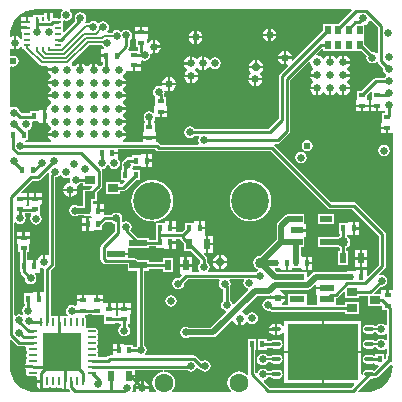
<source format=gbl>
%FSLAX24Y24*%
%MOIN*%
G70*
G01*
G75*
G04 Layer_Physical_Order=4*
G04 Layer_Color=16711680*
%ADD10C,0.0177*%
%ADD11C,0.0100*%
%ADD12O,0.0295X0.0079*%
%ADD13R,0.0157X0.0236*%
%ADD14R,0.0217X0.0098*%
%ADD15O,0.0315X0.0079*%
%ADD16R,0.0236X0.0157*%
%ADD17R,0.0354X0.0197*%
%ADD18R,0.0157X0.0335*%
%ADD19O,0.0177X0.0532*%
%ADD20R,0.0118X0.0209*%
%ADD21R,0.0118X0.0193*%
%ADD22O,0.0098X0.0276*%
%ADD23O,0.0276X0.0098*%
%ADD24R,0.0335X0.0157*%
%ADD25R,0.0157X0.0532*%
%ADD26R,0.0748X0.0630*%
%ADD27R,0.0630X0.0551*%
%ADD28O,0.0079X0.0315*%
%ADD29R,0.2598X0.2598*%
%ADD30R,0.0138X0.0394*%
%ADD31R,0.0343X0.0343*%
%ADD32R,0.1417X0.1417*%
%ADD33O,0.0079X0.0295*%
%ADD34R,0.0335X0.0374*%
%ADD35R,0.0551X0.0453*%
%ADD36R,0.0197X0.0354*%
%ADD37R,0.0591X0.1339*%
%ADD38R,0.0394X0.1378*%
%ADD39R,0.0138X0.0157*%
%ADD40R,0.0177X0.0177*%
%ADD41C,0.0200*%
%ADD42C,0.0080*%
%ADD43C,0.1260*%
%ADD44C,0.0630*%
%ADD45C,0.0260*%
%ADD46C,0.0290*%
%ADD47C,0.0240*%
%ADD48C,0.0300*%
%ADD49C,0.0340*%
%ADD50R,0.0098X0.0138*%
%ADD51R,0.0187X0.0098*%
%ADD52R,0.0591X0.0236*%
%ADD53O,0.0098X0.0315*%
%ADD54O,0.0315X0.0098*%
%ADD55R,0.1299X0.1299*%
%ADD56R,0.0197X0.0315*%
%ADD57R,0.0394X0.0217*%
%ADD58R,0.0512X0.0217*%
%ADD59R,0.0354X0.0276*%
%ADD60R,0.2362X0.1890*%
%ADD61O,0.0315X0.0157*%
G36*
X-1499Y1681D02*
X-1463Y1656D01*
X-1420Y1648D01*
X-1420Y1648D01*
X2324D01*
X4211Y-239D01*
X4247Y-264D01*
X4290Y-272D01*
X4290Y-272D01*
X5034D01*
X5927Y-1166D01*
Y-2134D01*
X5562Y-2499D01*
X5516Y-2480D01*
Y-2312D01*
X5377D01*
Y-2530D01*
X5297D01*
Y-2312D01*
X5158D01*
Y-2320D01*
X5122Y-2352D01*
X4844D01*
Y-2373D01*
X4498D01*
Y-2368D01*
X3866D01*
Y-2373D01*
X3814D01*
X3752Y-2385D01*
X3699Y-2421D01*
X3560Y-2559D01*
X3514Y-2540D01*
Y-2368D01*
X2882D01*
Y-2373D01*
X2510D01*
X2441Y-2304D01*
X2460Y-2258D01*
X2632D01*
X2668Y-2290D01*
Y-2298D01*
X2807D01*
Y-2080D01*
X2887D01*
Y-2298D01*
X3026D01*
Y-2298D01*
X3034Y-2258D01*
X3298D01*
X3312Y-2258D01*
X3348Y-2290D01*
Y-2298D01*
X3487D01*
Y-2080D01*
Y-1862D01*
X3386D01*
X3348Y-1862D01*
X3336Y-1817D01*
Y-1532D01*
X3435D01*
Y-1198D01*
X3475D01*
Y-1030D01*
X3178D01*
Y-950D01*
X3475D01*
Y-782D01*
X3435D01*
Y-448D01*
X2921D01*
Y-453D01*
X2884D01*
X2822Y-465D01*
X2769Y-501D01*
X2554Y-715D01*
X2519Y-768D01*
X2507Y-830D01*
Y-1296D01*
X1973Y-1830D01*
X1970Y-1829D01*
X1880Y-1847D01*
X1804Y-1898D01*
X1753Y-1974D01*
X1735Y-2064D01*
X1753Y-2153D01*
X1804Y-2230D01*
X1880Y-2280D01*
X1902Y-2285D01*
Y-2336D01*
X1876Y-2341D01*
X1813Y-2383D01*
X246D01*
X226Y-2333D01*
X259Y-2284D01*
X274Y-2210D01*
X259Y-2136D01*
X217Y-2073D01*
X192Y-2056D01*
Y-1935D01*
X192Y-1935D01*
X184Y-1892D01*
X159Y-1856D01*
X159Y-1856D01*
X77Y-1773D01*
X96Y-1727D01*
X145D01*
Y-1450D01*
Y-1173D01*
X139D01*
X126Y-1128D01*
X126Y-1123D01*
Y-950D01*
X-53D01*
Y-910D01*
X-93D01*
Y-692D01*
X-232D01*
Y-700D01*
X-232Y-700D01*
X-268Y-732D01*
X-282Y-732D01*
X-546D01*
Y-927D01*
X-656Y-1038D01*
X-854D01*
Y-950D01*
X-1033D01*
Y-910D01*
X-1073D01*
Y-692D01*
X-1212D01*
Y-700D01*
X-1248Y-732D01*
X-1474D01*
X-1478Y-728D01*
X-1500Y-682D01*
X-1499Y-680D01*
X-1499Y-680D01*
X-1481Y-675D01*
X-1369Y-640D01*
X-1249Y-576D01*
X-1144Y-490D01*
X-1057Y-385D01*
X-993Y-265D01*
X-954Y-135D01*
X-941Y0D01*
X-954Y135D01*
X-993Y265D01*
X-1057Y385D01*
X-1144Y490D01*
X-1249Y576D01*
X-1369Y640D01*
X-1499Y680D01*
X-1634Y693D01*
X-1769Y680D01*
X-1899Y640D01*
X-2019Y576D01*
X-2124Y490D01*
X-2210Y385D01*
X-2274Y265D01*
X-2314Y135D01*
X-2327Y0D01*
X-2314Y-135D01*
X-2274Y-265D01*
X-2210Y-385D01*
X-2124Y-490D01*
X-2019Y-576D01*
X-1899Y-640D01*
X-1769Y-680D01*
X-1634Y-693D01*
X-1564Y-686D01*
X-1561Y-689D01*
X-1561D01*
X-1552Y-697D01*
X-1526Y-722D01*
X-1526Y-723D01*
X-1526Y-731D01*
Y-731D01*
X-1526Y-731D01*
X-1526Y-733D01*
X-1526Y-733D01*
Y-733D01*
Y-733D01*
Y-735D01*
X-1526Y-752D01*
X-1526Y-777D01*
X-1526Y-777D01*
X-1526Y-778D01*
Y-1088D01*
X-1515D01*
Y-1150D01*
Y-1212D01*
X-1526D01*
Y-1294D01*
X-1741D01*
Y-1228D01*
X-2115D01*
X-2360Y-983D01*
X-2341Y-954D01*
X-2326Y-880D01*
X-2341Y-806D01*
X-2383Y-743D01*
X-2446Y-701D01*
X-2520Y-686D01*
X-2594Y-701D01*
X-2645Y-675D01*
X-2651Y-664D01*
X-2636Y-590D01*
X-2651Y-516D01*
X-2693Y-453D01*
X-2756Y-411D01*
X-2830Y-396D01*
X-2904Y-411D01*
X-2967Y-453D01*
X-2984Y-478D01*
X-3168D01*
X-3176Y-472D01*
X-3219Y-464D01*
X-3254Y-435D01*
Y-370D01*
X-3433D01*
Y-330D01*
X-3473D01*
Y-112D01*
X-3595D01*
X-3618Y-65D01*
X-3599Y-24D01*
X-3467D01*
Y294D01*
X-3338Y423D01*
X-3313Y460D01*
X-3305Y503D01*
X-3305Y503D01*
Y977D01*
X-3305Y977D01*
X-3311Y1007D01*
X-3298Y1042D01*
X-3282Y1064D01*
X-3246Y1071D01*
X-3183Y1113D01*
X-3141Y1176D01*
X-3135Y1204D01*
X-3085D01*
X-3079Y1176D01*
X-3037Y1113D01*
X-2974Y1071D01*
X-2900Y1056D01*
X-2826Y1071D01*
X-2763Y1113D01*
X-2721Y1176D01*
X-2706Y1250D01*
X-2721Y1324D01*
X-2763Y1387D01*
X-2784Y1401D01*
Y1550D01*
X-2963D01*
Y1630D01*
X-2784D01*
Y1728D01*
X-1546D01*
X-1499Y1681D01*
D02*
G37*
G36*
X5883Y5775D02*
Y4928D01*
X5853Y4915D01*
X5833Y4910D01*
X5774Y4949D01*
X5700Y4964D01*
X5683Y4960D01*
X5440Y5204D01*
Y5421D01*
X5440D01*
Y5459D01*
X5440D01*
Y5855D01*
X5480Y5863D01*
X5556Y5914D01*
X5603Y5984D01*
X5633Y5998D01*
X5653Y6004D01*
X5883Y5775D01*
D02*
G37*
G36*
X6388Y-5518D02*
X6372Y-5673D01*
X6322Y-5840D01*
X6239Y-5994D01*
X6129Y-6129D01*
X5994Y-6239D01*
X5840Y-6322D01*
X5673Y-6372D01*
X5505Y-6389D01*
X5500Y-6388D01*
X5231D01*
X5212Y-6342D01*
X5622Y-5931D01*
X5684D01*
X5738Y-5921D01*
X5766Y-5902D01*
X5797D01*
X5797Y-5902D01*
X5840Y-5894D01*
X5876Y-5869D01*
X6278Y-5468D01*
X6356D01*
X6388Y-5518D01*
D02*
G37*
G36*
X-5086Y915D02*
X-5084Y913D01*
X-5092Y870D01*
X-5092Y870D01*
Y-1795D01*
X-5136Y-1818D01*
X-5148Y-1811D01*
X-5197Y-1801D01*
Y-2027D01*
X-5277D01*
Y-1801D01*
X-5327Y-1811D01*
X-5403Y-1861D01*
X-5454Y-1938D01*
X-5459Y-1962D01*
X-5523D01*
Y-2180D01*
X-5603D01*
Y-1962D01*
X-5742D01*
Y-1962D01*
X-5792Y-1965D01*
X-5805Y-1959D01*
Y-1726D01*
X-5742D01*
Y-1462D01*
X-5742Y-1448D01*
X-5710Y-1412D01*
X-5702D01*
Y-1273D01*
X-6138D01*
Y-1412D01*
X-6130D01*
X-6130Y-1412D01*
X-6098Y-1448D01*
X-6098Y-1462D01*
Y-1726D01*
X-6029D01*
Y-2002D01*
X-6056D01*
Y-2358D01*
X-6056Y-2358D01*
X-6056D01*
Y-2358D01*
X-6056D01*
X-6056Y-2358D01*
X-6024Y-2394D01*
X-6023Y-2394D01*
X-6021Y-2406D01*
X-5996Y-2442D01*
X-5878Y-2561D01*
X-5884Y-2590D01*
X-5869Y-2664D01*
X-5827Y-2727D01*
X-5764Y-2769D01*
X-5690Y-2784D01*
X-5616Y-2769D01*
X-5553Y-2727D01*
X-5511Y-2664D01*
X-5496Y-2590D01*
X-5511Y-2516D01*
X-5553Y-2453D01*
X-5560Y-2448D01*
X-5545Y-2398D01*
X-5384D01*
Y-2259D01*
X-5340Y-2235D01*
X-5327Y-2244D01*
X-5265Y-2256D01*
X-5244Y-2287D01*
X-5244Y-2287D01*
Y-3052D01*
X-5383D01*
Y-3270D01*
X-5463D01*
Y-3052D01*
X-5602D01*
Y-3060D01*
X-5638Y-3092D01*
X-5916D01*
Y-3448D01*
X-5892D01*
Y-3506D01*
X-5917Y-3523D01*
X-5959Y-3586D01*
X-5974Y-3660D01*
X-5959Y-3734D01*
X-5929Y-3779D01*
X-5965Y-3815D01*
X-5986Y-3801D01*
X-6060Y-3786D01*
X-6134Y-3801D01*
X-6178Y-3830D01*
X-6228Y-3806D01*
Y-741D01*
X-6178Y-726D01*
X-6177Y-727D01*
X-6114Y-769D01*
X-6040Y-784D01*
X-5966Y-769D01*
X-5903Y-727D01*
X-5861Y-664D01*
X-5846Y-590D01*
X-5861Y-516D01*
X-5888Y-476D01*
X-5862Y-426D01*
X-5862D01*
X-5819Y-409D01*
X-5718D01*
Y-426D01*
X-5679D01*
X-5660Y-476D01*
X-5693Y-526D01*
X-5708Y-600D01*
X-5693Y-674D01*
X-5651Y-737D01*
X-5588Y-779D01*
X-5514Y-794D01*
X-5440Y-779D01*
X-5377Y-737D01*
X-5335Y-674D01*
X-5320Y-600D01*
X-5335Y-526D01*
X-5368Y-476D01*
X-5362Y-426D01*
X-5362D01*
X-5362Y-426D01*
Y-162D01*
X-5362Y-148D01*
X-5330Y-112D01*
X-5322D01*
Y27D01*
X-5758D01*
Y-112D01*
X-5758D01*
X-5738Y-157D01*
X-5743Y-171D01*
X-5758Y-185D01*
X-5827D01*
X-5835Y-177D01*
X-5842Y-157D01*
X-5822Y-112D01*
X-5822D01*
Y27D01*
X-6040D01*
Y107D01*
X-5822D01*
Y246D01*
X-5990D01*
X-6009Y292D01*
X-5631Y670D01*
X-5449D01*
X-5449Y670D01*
X-5406Y678D01*
X-5369Y703D01*
X-5155Y917D01*
X-5086Y915D01*
D02*
G37*
G36*
X-714Y-1288D02*
X-689Y-1325D01*
X-564Y-1450D01*
Y-1687D01*
X-327D01*
X-32Y-1982D01*
Y-2056D01*
X-57Y-2073D01*
X-99Y-2136D01*
X-114Y-2210D01*
X-99Y-2284D01*
X-66Y-2333D01*
X-86Y-2383D01*
X-326D01*
Y-2194D01*
X-723D01*
Y-2431D01*
X-665D01*
X-646Y-2477D01*
X-741Y-2572D01*
X-770Y-2566D01*
X-844Y-2581D01*
X-907Y-2623D01*
X-949Y-2686D01*
X-964Y-2760D01*
X-949Y-2834D01*
X-907Y-2897D01*
X-844Y-2939D01*
X-770Y-2954D01*
X-696Y-2939D01*
X-633Y-2897D01*
X-591Y-2834D01*
X-576Y-2760D01*
X-582Y-2731D01*
X-459Y-2607D01*
X593D01*
X620Y-2657D01*
X601Y-2686D01*
X586Y-2760D01*
X601Y-2834D01*
X643Y-2897D01*
X706Y-2939D01*
X738Y-2945D01*
Y-3326D01*
X713Y-3343D01*
X671Y-3406D01*
X656Y-3480D01*
X671Y-3554D01*
X713Y-3617D01*
X776Y-3659D01*
X808Y-3665D01*
X825Y-3720D01*
X317Y-4227D01*
X-412D01*
X-436Y-4211D01*
X-510Y-4196D01*
X-584Y-4211D01*
X-647Y-4253D01*
X-689Y-4316D01*
X-704Y-4390D01*
X-689Y-4464D01*
X-647Y-4527D01*
X-584Y-4569D01*
X-510Y-4584D01*
X-436Y-4569D01*
X-412Y-4553D01*
X385D01*
X447Y-4541D01*
X500Y-4505D01*
X1013Y-3993D01*
X1061Y-4007D01*
X1063Y-4020D01*
X1114Y-4096D01*
X1190Y-4147D01*
X1240Y-4157D01*
Y-3930D01*
X1320D01*
Y-4157D01*
X1370Y-4147D01*
X1446Y-4096D01*
X1487Y-4034D01*
X1533Y-4028D01*
X1545Y-4030D01*
X1563Y-4057D01*
X1626Y-4099D01*
X1700Y-4114D01*
X1774Y-4099D01*
X1837Y-4057D01*
X1879Y-3994D01*
X1894Y-3920D01*
X1879Y-3846D01*
X1837Y-3783D01*
X1774Y-3741D01*
X1700Y-3726D01*
X1626Y-3741D01*
X1563Y-3783D01*
X1539Y-3818D01*
X1481Y-3816D01*
X1446Y-3764D01*
X1370Y-3713D01*
X1357Y-3711D01*
X1343Y-3663D01*
X1843Y-3163D01*
X2256D01*
X2310Y-3152D01*
X2338Y-3170D01*
X2354Y-3187D01*
X2354Y-3190D01*
X2786D01*
X2777Y-3144D01*
X2729Y-3071D01*
X2656Y-3023D01*
X2629Y-3017D01*
X2634Y-2967D01*
X3546D01*
X3608Y-2955D01*
X3661Y-2920D01*
X3780Y-2801D01*
X3826Y-2820D01*
Y-2870D01*
X4182D01*
Y-2950D01*
X3826D01*
Y-3118D01*
X3831D01*
X3866Y-3154D01*
Y-3424D01*
X3866Y-3452D01*
X3825Y-3474D01*
X3825Y-3474D01*
X3555D01*
X3514Y-3452D01*
X3514Y-3424D01*
Y-3116D01*
X2882D01*
Y-3424D01*
X2882Y-3452D01*
X2841Y-3474D01*
X2841Y-3474D01*
X2691D01*
X2676Y-3424D01*
X2729Y-3389D01*
X2777Y-3316D01*
X2786Y-3270D01*
X2342D01*
X2307Y-3293D01*
X2304Y-3291D01*
X2230Y-3276D01*
X2156Y-3291D01*
X2093Y-3333D01*
X2051Y-3396D01*
X2036Y-3470D01*
X2051Y-3544D01*
X2093Y-3607D01*
X2156Y-3649D01*
X2230Y-3664D01*
X2259Y-3658D01*
X2267Y-3665D01*
X2267Y-3665D01*
X2303Y-3690D01*
X2346Y-3698D01*
X2346Y-3698D01*
X4799D01*
Y-3764D01*
X5273D01*
Y-3368D01*
X4799D01*
Y-3474D01*
X4539D01*
X4498Y-3452D01*
X4498Y-3424D01*
Y-3238D01*
X4527Y-3232D01*
X4563Y-3208D01*
X4753Y-3018D01*
X4799Y-3037D01*
Y-3252D01*
X5273D01*
Y-3166D01*
X5547D01*
Y-3508D01*
X6021D01*
X6032Y-3553D01*
Y-3636D01*
X6185D01*
Y-4135D01*
X6147Y-4149D01*
X6135Y-4152D01*
X6074Y-4111D01*
X6000Y-4096D01*
X5926Y-4111D01*
X5863Y-4153D01*
X5840Y-4188D01*
X5781D01*
X5738Y-4159D01*
X5684Y-4149D01*
X5526D01*
X5472Y-4159D01*
X5426Y-4190D01*
X5396Y-4236D01*
X5385Y-4290D01*
X5396Y-4344D01*
X5426Y-4390D01*
X5472Y-4421D01*
X5526Y-4431D01*
X5684D01*
X5738Y-4421D01*
X5781Y-4392D01*
X5840D01*
X5863Y-4427D01*
X5926Y-4469D01*
X6000Y-4484D01*
X6074Y-4469D01*
X6135Y-4428D01*
X6147Y-4431D01*
X6185Y-4445D01*
Y-4635D01*
X6147Y-4649D01*
X6135Y-4652D01*
X6074Y-4611D01*
X6000Y-4596D01*
X5926Y-4611D01*
X5863Y-4653D01*
X5840Y-4688D01*
X5781D01*
X5738Y-4659D01*
X5684Y-4649D01*
X5526D01*
X5472Y-4659D01*
X5426Y-4690D01*
X5396Y-4736D01*
X5385Y-4790D01*
X5396Y-4844D01*
X5426Y-4890D01*
X5472Y-4921D01*
X5526Y-4931D01*
X5684D01*
X5738Y-4921D01*
X5781Y-4892D01*
X5840D01*
X5863Y-4927D01*
X5926Y-4969D01*
X6000Y-4984D01*
X6074Y-4969D01*
X6135Y-4928D01*
X6147Y-4931D01*
X6185Y-4945D01*
Y-5112D01*
X6158D01*
Y-5266D01*
X6128Y-5291D01*
X6082Y-5271D01*
Y-5112D01*
X5804D01*
Y-5152D01*
X5754Y-5170D01*
X5738Y-5159D01*
X5684Y-5149D01*
X5526D01*
X5472Y-5159D01*
X5426Y-5190D01*
X5396Y-5236D01*
X5385Y-5290D01*
X5396Y-5344D01*
X5426Y-5390D01*
X5472Y-5421D01*
X5526Y-5431D01*
X5684D01*
X5738Y-5421D01*
X5754Y-5410D01*
X5804Y-5428D01*
Y-5468D01*
X5895D01*
X5914Y-5514D01*
X5757Y-5672D01*
X5738Y-5659D01*
X5684Y-5649D01*
X5526D01*
X5472Y-5659D01*
X5426Y-5690D01*
X5396Y-5736D01*
X5385Y-5790D01*
X5389Y-5810D01*
X5381Y-5816D01*
X5331Y-5793D01*
Y-5080D01*
X4090D01*
Y-6085D01*
X5086D01*
X5105Y-6131D01*
X5009Y-6228D01*
X2286D01*
X2088Y-6029D01*
X2104Y-5975D01*
X2134Y-5969D01*
X2197Y-5927D01*
X2220Y-5892D01*
X2319D01*
X2362Y-5921D01*
X2416Y-5931D01*
X2574D01*
X2628Y-5921D01*
X2674Y-5890D01*
X2704Y-5844D01*
X2715Y-5790D01*
X2704Y-5736D01*
X2674Y-5690D01*
X2628Y-5659D01*
X2574Y-5649D01*
X2416D01*
X2362Y-5659D01*
X2319Y-5688D01*
X2220D01*
X2197Y-5653D01*
X2134Y-5611D01*
X2060Y-5596D01*
X1986Y-5611D01*
X1923Y-5653D01*
X1881Y-5716D01*
X1877Y-5736D01*
X1829Y-5752D01*
X1795Y-5724D01*
Y-4968D01*
X1822D01*
Y-4612D01*
X1544D01*
Y-4968D01*
X1571D01*
Y-5783D01*
X1571Y-5783D01*
X1573Y-5792D01*
X1526Y-5813D01*
X1517Y-5803D01*
X1439Y-5742D01*
X1348Y-5705D01*
X1250Y-5692D01*
X1152Y-5705D01*
X1061Y-5742D01*
X983Y-5803D01*
X922Y-5881D01*
X885Y-5972D01*
X872Y-6070D01*
X885Y-6168D01*
X922Y-6259D01*
X983Y-6337D01*
X987Y-6341D01*
X971Y-6388D01*
X-971D01*
X-987Y-6341D01*
X-983Y-6337D01*
X-922Y-6259D01*
X-885Y-6168D01*
X-872Y-6070D01*
X-885Y-5972D01*
X-922Y-5881D01*
X-983Y-5803D01*
X-1061Y-5742D01*
X-1152Y-5705D01*
X-1231Y-5694D01*
X-1228Y-5644D01*
X-489D01*
X-487Y-5647D01*
X-424Y-5689D01*
X-350Y-5704D01*
X-276Y-5689D01*
X-213Y-5647D01*
X-175Y-5589D01*
X-155Y-5579D01*
X-124Y-5570D01*
X-104Y-5589D01*
X-104Y-5589D01*
X-68Y-5614D01*
X-35Y-5620D01*
X-17Y-5647D01*
X46Y-5689D01*
X120Y-5704D01*
X194Y-5689D01*
X257Y-5647D01*
X299Y-5584D01*
X314Y-5510D01*
X299Y-5436D01*
X257Y-5373D01*
X194Y-5331D01*
X120Y-5316D01*
X46Y-5331D01*
X22Y-5347D01*
X-27Y-5337D01*
X-31Y-5331D01*
X-31Y-5331D01*
X-171Y-5191D01*
X-208Y-5166D01*
X-251Y-5158D01*
X-251Y-5158D01*
X-1861D01*
X-1877Y-5108D01*
X-1841Y-5054D01*
X-1826Y-4980D01*
X-1841Y-4906D01*
X-1883Y-4843D01*
X-1908Y-4826D01*
Y-2332D01*
X-1741D01*
Y-2266D01*
X-1274D01*
Y-2391D01*
X-957D01*
Y-1917D01*
X-1274D01*
Y-2042D01*
X-1741D01*
Y-1976D01*
X-2115D01*
X-2163Y-1929D01*
X-2199Y-1904D01*
X-2242Y-1896D01*
X-2242Y-1896D01*
X-2449D01*
Y-1820D01*
X-2844D01*
Y-1740D01*
X-2449D01*
Y-1584D01*
X-1741D01*
Y-1518D01*
X-1526D01*
Y-1568D01*
X-1248D01*
X-1212Y-1600D01*
Y-1608D01*
X-1073D01*
Y-1390D01*
X-1033D01*
Y-1350D01*
X-854D01*
Y-1262D01*
X-719D01*
X-714Y-1288D01*
D02*
G37*
G36*
X4060Y5041D02*
Y4986D01*
X4377D01*
Y4986D01*
X4414D01*
Y4986D01*
X4731D01*
Y4986D01*
X4769D01*
Y4986D01*
X5086D01*
Y4986D01*
X5123D01*
Y4986D01*
X5340D01*
X5515Y4812D01*
X5506Y4770D01*
X5521Y4696D01*
X5563Y4633D01*
X5626Y4591D01*
X5700Y4576D01*
X5774Y4591D01*
X5837Y4633D01*
X5888Y4620D01*
X5891Y4604D01*
X5916Y4568D01*
X6062Y4421D01*
X6056Y4392D01*
X6071Y4318D01*
X6113Y4255D01*
X6170Y4217D01*
X6173Y4190D01*
X6170Y4163D01*
X6113Y4125D01*
X6096Y4100D01*
X5831D01*
X5788Y4092D01*
X5752Y4067D01*
X5752Y4067D01*
X5340Y3656D01*
X5182D01*
Y3392D01*
X5182Y3378D01*
X5150Y3342D01*
X5142D01*
Y3203D01*
X5578D01*
Y3342D01*
X5570D01*
X5570Y3342D01*
X5538Y3378D01*
X5538Y3392D01*
Y3537D01*
X5632Y3630D01*
X5682Y3610D01*
Y3378D01*
X5650Y3342D01*
X5642D01*
Y3203D01*
X5860D01*
Y3163D01*
X5900D01*
Y2984D01*
X6078D01*
Y2984D01*
X6128Y2989D01*
X6138Y2983D01*
Y2916D01*
X6022D01*
Y2638D01*
X5990Y2602D01*
X5982D01*
Y2463D01*
X6200D01*
Y2423D01*
X6240D01*
Y2244D01*
X6388D01*
Y-2964D01*
X6250D01*
Y-3143D01*
X6170D01*
Y-2964D01*
X5992D01*
Y-3112D01*
X5792D01*
X5773Y-3066D01*
X5981Y-2858D01*
X6010Y-2864D01*
X6084Y-2849D01*
X6147Y-2807D01*
X6189Y-2744D01*
X6204Y-2670D01*
X6189Y-2596D01*
X6147Y-2533D01*
X6084Y-2491D01*
X6010Y-2476D01*
X5963Y-2486D01*
X5939Y-2439D01*
X6119Y-2259D01*
X6143Y-2223D01*
X6152Y-2180D01*
X6152Y-2180D01*
Y-1120D01*
X6143Y-1077D01*
X6119Y-1040D01*
X6119Y-1040D01*
X5159Y-81D01*
X5123Y-56D01*
X5080Y-48D01*
X5080Y-48D01*
X4336D01*
X2449Y1839D01*
X2436Y1848D01*
X2451Y1898D01*
X2550D01*
X2550Y1898D01*
X2593Y1907D01*
X2630Y1931D01*
X2939Y2241D01*
X2939Y2241D01*
X2964Y2277D01*
X2972Y2320D01*
X2972Y2320D01*
Y4024D01*
X3583Y4634D01*
X3627Y4607D01*
X3643Y4523D01*
X3694Y4447D01*
X3733Y4422D01*
Y4372D01*
X3694Y4346D01*
X3643Y4270D01*
X3633Y4220D01*
X3860D01*
Y4140D01*
X3633D01*
X3643Y4090D01*
X3694Y4014D01*
X3733Y3988D01*
Y3938D01*
X3694Y3913D01*
X3643Y3837D01*
X3633Y3787D01*
X3860D01*
Y3747D01*
X3900D01*
Y3520D01*
X3950Y3530D01*
X4026Y3581D01*
X4052Y3620D01*
X4102D01*
X4127Y3581D01*
X4203Y3530D01*
X4253Y3520D01*
Y3747D01*
X4333D01*
Y3520D01*
X4383Y3530D01*
X4459Y3581D01*
X4485Y3620D01*
X4535D01*
X4560Y3581D01*
X4636Y3530D01*
X4686Y3520D01*
Y3747D01*
X4726D01*
Y3787D01*
X4953D01*
X4943Y3837D01*
X4892Y3913D01*
X4853Y3938D01*
Y3988D01*
X4892Y4014D01*
X4943Y4090D01*
X4953Y4140D01*
X4726D01*
Y4220D01*
X4953D01*
X4943Y4270D01*
X4892Y4346D01*
X4853Y4372D01*
Y4422D01*
X4892Y4447D01*
X4943Y4523D01*
X4953Y4573D01*
X4726D01*
Y4613D01*
X4686D01*
Y4840D01*
X4636Y4830D01*
X4560Y4779D01*
X4535Y4740D01*
X4485D01*
X4459Y4779D01*
X4383Y4830D01*
X4333Y4840D01*
Y4613D01*
X4253D01*
Y4840D01*
X4203Y4830D01*
X4127Y4779D01*
X4102Y4740D01*
X4052D01*
X4026Y4779D01*
X3950Y4830D01*
X3866Y4846D01*
X3839Y4891D01*
X4010Y5061D01*
X4060Y5041D01*
D02*
G37*
G36*
X1431Y-2651D02*
X1421Y-2666D01*
X1406Y-2740D01*
X1421Y-2814D01*
X1463Y-2877D01*
X1526Y-2919D01*
X1550Y-2924D01*
X1566Y-2978D01*
X1090Y-3455D01*
X1035Y-3438D01*
X1029Y-3406D01*
X987Y-3343D01*
X962Y-3326D01*
Y-2830D01*
X962Y-2830D01*
X961Y-2824D01*
X974Y-2760D01*
X959Y-2686D01*
X940Y-2657D01*
X967Y-2607D01*
X1407D01*
X1431Y-2651D01*
D02*
G37*
G36*
X-3277Y5133D02*
X-3240Y5108D01*
X-3255Y5058D01*
X-3346D01*
Y4880D01*
X-3167D01*
Y4800D01*
X-3346D01*
Y4622D01*
X-3291D01*
X-3276Y4572D01*
X-3326Y4539D01*
X-3352Y4500D01*
X-3402D01*
X-3428Y4539D01*
X-3504Y4589D01*
X-3553Y4599D01*
Y4373D01*
X-3633D01*
Y4599D01*
X-3683Y4589D01*
X-3759Y4539D01*
X-3785Y4500D01*
X-3835D01*
X-3861Y4539D01*
X-3937Y4589D01*
X-3987Y4599D01*
Y4373D01*
X-4067D01*
Y4599D01*
X-4116Y4589D01*
X-4192Y4539D01*
X-4218Y4500D01*
X-4268D01*
X-4294Y4539D01*
X-4318Y4555D01*
X-4323Y4604D01*
X-3739Y5188D01*
X-3314D01*
X-3277Y5133D01*
D02*
G37*
G36*
X-4667Y857D02*
X-4637Y813D01*
X-4574Y771D01*
X-4500Y756D01*
X-4426Y771D01*
X-4415Y778D01*
X-4372Y747D01*
X-4384Y690D01*
X-4374Y641D01*
X-4372Y614D01*
X-4410Y587D01*
X-4460Y577D01*
X-4536Y526D01*
X-4587Y450D01*
X-4597Y400D01*
X-4143D01*
X-4153Y450D01*
X-4160Y460D01*
X-4141Y506D01*
X-4116Y511D01*
X-4053Y553D01*
X-4039Y574D01*
X-3941D01*
Y488D01*
X-3655D01*
X-3636Y442D01*
X-3706Y372D01*
X-3941D01*
Y137D01*
X-3950Y91D01*
Y-167D01*
X-4112D01*
X-4136Y-151D01*
X-4210Y-136D01*
X-4284Y-151D01*
X-4347Y-193D01*
X-4389Y-256D01*
X-4404Y-330D01*
X-4389Y-404D01*
X-4347Y-467D01*
X-4284Y-509D01*
X-4210Y-524D01*
X-4136Y-509D01*
X-4112Y-493D01*
X-3926D01*
Y-508D01*
X-3696D01*
X-3650Y-558D01*
X-3651Y-572D01*
X-3652Y-572D01*
X-3652Y-572D01*
X-3747D01*
Y-790D01*
Y-1008D01*
X-3608D01*
Y-1000D01*
X-3608Y-1000D01*
X-3572Y-968D01*
X-3558Y-968D01*
X-3294D01*
Y-810D01*
X-3186Y-702D01*
X-2984D01*
X-2967Y-727D01*
X-2904Y-769D01*
X-2892Y-771D01*
Y-1036D01*
X-3329Y-1473D01*
X-3353Y-1509D01*
X-3361Y-1552D01*
X-3361Y-1552D01*
Y-1944D01*
X-3361Y-1944D01*
X-3353Y-1987D01*
X-3329Y-2023D01*
X-3264Y-2087D01*
X-3264Y-2087D01*
X-3228Y-2112D01*
X-3185Y-2120D01*
X-3185Y-2120D01*
X-2451D01*
Y-2332D01*
X-2132D01*
Y-4826D01*
X-2157Y-4843D01*
X-2174Y-4868D01*
X-2264D01*
Y-4802D01*
X-2542D01*
X-2578Y-4770D01*
Y-4762D01*
X-2717D01*
Y-4980D01*
X-2757D01*
Y-5020D01*
X-2936D01*
Y-5158D01*
X-3050D01*
X-3093Y-5166D01*
X-3129Y-5191D01*
X-3129Y-5191D01*
X-3162Y-5223D01*
X-3413D01*
X-3431Y-5200D01*
X-3443Y-5173D01*
X-3436Y-5138D01*
X-3445Y-5096D01*
X-3459Y-5074D01*
X-3465Y-5040D01*
X-3459Y-5006D01*
X-3445Y-4984D01*
X-3436Y-4942D01*
X-3445Y-4899D01*
X-3469Y-4863D01*
Y-4823D01*
X-3445Y-4787D01*
X-3436Y-4745D01*
X-3445Y-4702D01*
X-3459Y-4680D01*
X-3465Y-4646D01*
X-3459Y-4612D01*
X-3445Y-4590D01*
X-3436Y-4548D01*
X-3445Y-4505D01*
X-3459Y-4483D01*
X-3465Y-4449D01*
X-3459Y-4415D01*
X-3445Y-4394D01*
X-3436Y-4351D01*
X-3445Y-4308D01*
X-3469Y-4272D01*
X-3505Y-4248D01*
X-3547Y-4240D01*
X-3764D01*
X-3807Y-4248D01*
X-3823Y-4259D01*
X-3859Y-4223D01*
X-3848Y-4207D01*
X-3840Y-4164D01*
Y-3947D01*
X-3848Y-3905D01*
X-3872Y-3869D01*
X-3891Y-3856D01*
X-3876Y-3806D01*
X-3762D01*
Y-3782D01*
X-3658D01*
Y-3806D01*
X-3318D01*
X-3306Y-3806D01*
X-3302D01*
X-3277Y-3790D01*
X-3238Y-3823D01*
X-3238Y-3832D01*
Y-4096D01*
X-2882D01*
Y-4069D01*
X-2748D01*
Y-4096D01*
X-2682D01*
Y-4176D01*
X-2707Y-4193D01*
X-2749Y-4256D01*
X-2764Y-4330D01*
X-2749Y-4404D01*
X-2707Y-4467D01*
X-2644Y-4509D01*
X-2570Y-4524D01*
X-2496Y-4509D01*
X-2433Y-4467D01*
X-2391Y-4404D01*
X-2376Y-4330D01*
X-2391Y-4256D01*
X-2433Y-4193D01*
X-2458Y-4176D01*
Y-4096D01*
X-2392D01*
Y-3832D01*
X-2392Y-3818D01*
X-2360Y-3782D01*
X-2352D01*
Y-3643D01*
X-2788D01*
Y-3782D01*
X-2788D01*
X-2785Y-3832D01*
X-2791Y-3844D01*
X-2793Y-3845D01*
X-2837D01*
X-2839Y-3844D01*
X-2845Y-3832D01*
X-2842Y-3782D01*
X-2842D01*
Y-3643D01*
X-3060D01*
Y-3603D01*
X-3100D01*
Y-3424D01*
X-3262D01*
Y-3353D01*
X-3480D01*
Y-3313D01*
X-3520D01*
Y-3134D01*
X-3672D01*
X-3698Y-3134D01*
X-3710D01*
X-3722D01*
X-3748Y-3134D01*
X-3900D01*
Y-3313D01*
X-3940D01*
Y-3353D01*
X-4158D01*
Y-3490D01*
X-4194Y-3526D01*
X-4246Y-3491D01*
X-4320Y-3476D01*
X-4394Y-3491D01*
X-4457Y-3533D01*
X-4499Y-3596D01*
X-4514Y-3670D01*
X-4499Y-3744D01*
X-4457Y-3807D01*
X-4475Y-3855D01*
X-4479Y-3858D01*
X-4499Y-3845D01*
X-4542Y-3836D01*
X-4584Y-3845D01*
X-4589Y-3848D01*
X-4631Y-3840D01*
X-4680Y-3807D01*
X-4698Y-3803D01*
Y-4056D01*
X-4778D01*
Y-3803D01*
X-4797Y-3807D01*
X-4846Y-3840D01*
X-4887Y-3848D01*
X-4893Y-3845D01*
X-4935Y-3836D01*
X-4970Y-3843D01*
X-4996Y-3831D01*
X-5020Y-3813D01*
Y-2334D01*
X-4901Y-2215D01*
X-4901Y-2215D01*
X-4876Y-2178D01*
X-4868Y-2135D01*
X-4868Y-2135D01*
Y779D01*
X-4806Y791D01*
X-4743Y833D01*
X-4724Y861D01*
X-4720Y862D01*
X-4667Y857D01*
D02*
G37*
G36*
X-5500Y6388D02*
X-4635D01*
X-4620Y6338D01*
X-4636Y6327D01*
X-4678Y6264D01*
X-4693Y6190D01*
X-4679Y6123D01*
X-4695Y6085D01*
X-4701Y6073D01*
X-4758D01*
X-4773Y6076D01*
X-4928D01*
X-4928Y6076D01*
X-4944Y6089D01*
Y6241D01*
X-5053D01*
Y6072D01*
X-5133D01*
Y6241D01*
X-5242D01*
Y6201D01*
X-5596D01*
Y6156D01*
X-5613Y6113D01*
X-5767D01*
Y5964D01*
X-5807D01*
Y5924D01*
X-6000D01*
Y5815D01*
Y5807D01*
X-5807D01*
Y5727D01*
X-6000D01*
Y5618D01*
X-5960D01*
Y5461D01*
Y5400D01*
X-6010Y5385D01*
X-6044Y5436D01*
X-6120Y5487D01*
X-6170Y5497D01*
Y5270D01*
Y5043D01*
X-6120Y5053D01*
X-6044Y5104D01*
X-6010Y5155D01*
X-5960Y5140D01*
Y5067D01*
X-5903D01*
X-5901Y5059D01*
X-5879Y5026D01*
X-5388Y4535D01*
X-5355Y4513D01*
X-5316Y4505D01*
X-5132D01*
X-5131Y4503D01*
X-5111Y4455D01*
X-5119Y4413D01*
X-4893D01*
Y4333D01*
X-5119D01*
X-5109Y4283D01*
X-5059Y4207D01*
X-5020Y4181D01*
Y4131D01*
X-5059Y4105D01*
X-5109Y4029D01*
X-5119Y3980D01*
X-4893D01*
Y3900D01*
X-5119D01*
X-5109Y3850D01*
X-5059Y3774D01*
X-5020Y3748D01*
Y3698D01*
X-5059Y3672D01*
X-5109Y3596D01*
X-5119Y3547D01*
X-4893D01*
Y3467D01*
X-5119D01*
X-5109Y3417D01*
X-5059Y3341D01*
X-5020Y3315D01*
Y3265D01*
X-5059Y3239D01*
X-5109Y3163D01*
X-5127Y3073D01*
X-5156Y3038D01*
X-5183D01*
Y2820D01*
Y2602D01*
X-5120D01*
X-5109Y2551D01*
X-5059Y2475D01*
X-5020Y2449D01*
Y2399D01*
X-5059Y2373D01*
X-5109Y2297D01*
X-5119Y2247D01*
X-4893D01*
Y2167D01*
X-5119D01*
X-5109Y2118D01*
X-5059Y2042D01*
X-5000Y2002D01*
X-5015Y1952D01*
X-5847D01*
X-5864Y1972D01*
X-5848Y2013D01*
X-5838Y2022D01*
X-5784D01*
Y2365D01*
X-5756Y2371D01*
X-5693Y2413D01*
X-5651Y2476D01*
X-5636Y2550D01*
X-5645Y2592D01*
X-5607Y2642D01*
X-5452D01*
X-5438Y2642D01*
X-5402Y2610D01*
Y2602D01*
X-5263D01*
Y2820D01*
Y3038D01*
X-5402D01*
Y3030D01*
X-5402Y3030D01*
X-5438Y2998D01*
X-5452Y2998D01*
X-5716D01*
Y2912D01*
X-5993D01*
X-6065Y2984D01*
X-6071Y3014D01*
X-6113Y3077D01*
X-6176Y3119D01*
X-6250Y3134D01*
X-6324Y3119D01*
X-6338Y3110D01*
X-6388Y3137D01*
Y4455D01*
X-6347Y4481D01*
X-6338Y4480D01*
X-6270Y4466D01*
X-6200Y4480D01*
X-6140Y4520D01*
X-6100Y4580D01*
X-6086Y4650D01*
X-6100Y4720D01*
X-6140Y4780D01*
X-6200Y4820D01*
X-6270Y4834D01*
X-6338Y4820D01*
X-6347Y4819D01*
X-6388Y4845D01*
Y5052D01*
X-6338Y5079D01*
X-6300Y5053D01*
X-6250Y5043D01*
Y5270D01*
Y5497D01*
X-6300Y5487D01*
X-6338Y5461D01*
X-6388Y5488D01*
Y5500D01*
X-6389Y5505D01*
X-6372Y5673D01*
X-6322Y5840D01*
X-6239Y5994D01*
X-6129Y6129D01*
X-5994Y6239D01*
X-5840Y6322D01*
X-5673Y6372D01*
X-5505Y6389D01*
X-5500Y6388D01*
D02*
G37*
G36*
X-6144Y-4824D02*
X-6144Y-4824D01*
X-6108Y-4848D01*
X-6065Y-4857D01*
X-6065Y-4857D01*
X-5867D01*
X-5849Y-4880D01*
X-5837Y-4907D01*
X-5844Y-4942D01*
X-5835Y-4984D01*
X-5821Y-5006D01*
X-5815Y-5040D01*
X-5821Y-5074D01*
X-5835Y-5096D01*
X-5844Y-5138D01*
X-5835Y-5181D01*
X-5821Y-5203D01*
X-5815Y-5237D01*
X-5821Y-5271D01*
X-5835Y-5293D01*
X-5844Y-5335D01*
X-5835Y-5378D01*
X-5832Y-5383D01*
X-5840Y-5425D01*
X-5873Y-5474D01*
X-5877Y-5492D01*
X-5624D01*
Y-5572D01*
X-5877D01*
X-5873Y-5590D01*
X-5840Y-5640D01*
X-5832Y-5681D01*
X-5835Y-5686D01*
X-5844Y-5729D01*
X-5835Y-5772D01*
X-5811Y-5808D01*
X-5775Y-5832D01*
X-5733Y-5840D01*
X-5516D01*
X-5513Y-5840D01*
X-5475Y-5883D01*
X-5481Y-5916D01*
Y-5984D01*
X-5329D01*
Y-6024D01*
X-5289D01*
Y-6277D01*
X-5271Y-6273D01*
X-5221Y-6240D01*
X-5180Y-6232D01*
X-5175Y-6235D01*
X-5132Y-6244D01*
X-5090Y-6235D01*
X-5068Y-6221D01*
X-5034Y-6215D01*
X-5000Y-6221D01*
X-4978Y-6235D01*
X-4935Y-6244D01*
X-4893Y-6235D01*
X-4857Y-6211D01*
X-4817D01*
X-4781Y-6235D01*
X-4738Y-6244D01*
X-4696Y-6235D01*
X-4691Y-6232D01*
X-4649Y-6240D01*
X-4600Y-6273D01*
X-4582Y-6277D01*
Y-6024D01*
X-4502D01*
Y-6277D01*
X-4483Y-6273D01*
X-4447Y-6249D01*
X-4424Y-6284D01*
X-4366Y-6342D01*
X-4386Y-6388D01*
X-5500D01*
X-5505Y-6389D01*
X-5673Y-6372D01*
X-5840Y-6322D01*
X-5994Y-6239D01*
X-6129Y-6129D01*
X-6239Y-5994D01*
X-6322Y-5840D01*
X-6372Y-5673D01*
X-6389Y-5505D01*
X-6388Y-5500D01*
Y-4651D01*
X-6338Y-4630D01*
X-6144Y-4824D01*
D02*
G37*
G36*
X-1269Y-5694D02*
X-1348Y-5705D01*
X-1439Y-5742D01*
X-1517Y-5803D01*
X-1578Y-5881D01*
X-1615Y-5972D01*
X-1628Y-6070D01*
X-1615Y-6168D01*
X-1578Y-6259D01*
X-1517Y-6337D01*
X-1513Y-6341D01*
X-1529Y-6388D01*
X-1736D01*
X-1759Y-6344D01*
X-1743Y-6320D01*
X-1733Y-6270D01*
X-2187D01*
X-2177Y-6320D01*
X-2161Y-6344D01*
X-2184Y-6388D01*
X-2277D01*
X-2304Y-6338D01*
X-2281Y-6304D01*
X-2266Y-6230D01*
X-2279Y-6167D01*
X-2251Y-6117D01*
X-2226D01*
Y-5880D01*
X-2425D01*
Y-5800D01*
X-2226D01*
Y-5644D01*
X-1272D01*
X-1269Y-5694D01*
D02*
G37*
G36*
X5023Y6342D02*
X4575Y5894D01*
X4414D01*
Y5894D01*
X4377D01*
Y5894D01*
X4060D01*
Y5676D01*
X3056Y4672D01*
X3010Y4697D01*
X3017Y4730D01*
X2830D01*
Y4543D01*
X2863Y4550D01*
X2888Y4504D01*
X2611Y4227D01*
X2586Y4191D01*
X2578Y4148D01*
X2578Y4148D01*
Y2736D01*
X2234Y2392D01*
X-226D01*
X-243Y2417D01*
X-306Y2459D01*
X-380Y2474D01*
X-454Y2459D01*
X-517Y2417D01*
X-559Y2354D01*
X-574Y2280D01*
X-559Y2206D01*
X-517Y2143D01*
X-454Y2101D01*
X-380Y2086D01*
X-306Y2101D01*
X-243Y2143D01*
X-226Y2168D01*
X-93D01*
X-67Y2118D01*
X-89Y2085D01*
X-104Y2010D01*
X-89Y1936D01*
X-80Y1922D01*
X-106Y1872D01*
X-1374D01*
X-1391Y1889D01*
X-1411Y1919D01*
X-1447Y1944D01*
X-1490Y1952D01*
X-1512D01*
Y2063D01*
X-1948D01*
Y1952D01*
X-2605D01*
X-2620Y2002D01*
X-2562Y2042D01*
X-2511Y2118D01*
X-2501Y2167D01*
X-2727D01*
Y2247D01*
X-2501D01*
X-2511Y2297D01*
X-2562Y2373D01*
X-2600Y2399D01*
Y2449D01*
X-2562Y2475D01*
X-2511Y2551D01*
X-2501Y2600D01*
X-2727D01*
Y2680D01*
X-2501D01*
X-2511Y2730D01*
X-2562Y2806D01*
X-2600Y2832D01*
Y2882D01*
X-2562Y2908D01*
X-2511Y2984D01*
X-2501Y3033D01*
X-2727D01*
Y3113D01*
X-2501D01*
X-2511Y3163D01*
X-2562Y3239D01*
X-2600Y3265D01*
Y3315D01*
X-2562Y3341D01*
X-2511Y3417D01*
X-2501Y3467D01*
X-2727D01*
Y3547D01*
X-2501D01*
X-2511Y3596D01*
X-2562Y3672D01*
X-2600Y3698D01*
Y3748D01*
X-2562Y3774D01*
X-2511Y3850D01*
X-2501Y3900D01*
X-2727D01*
Y3980D01*
X-2501D01*
X-2511Y4029D01*
X-2562Y4105D01*
X-2600Y4131D01*
Y4181D01*
X-2562Y4207D01*
X-2511Y4283D01*
X-2503Y4322D01*
X-2458Y4334D01*
X-2450Y4334D01*
X-2280D01*
Y4513D01*
X-2240D01*
Y4553D01*
X-2022D01*
Y4659D01*
X-1972Y4686D01*
X-1964Y4681D01*
X-1890Y4666D01*
X-1816Y4681D01*
X-1753Y4723D01*
X-1711Y4786D01*
X-1696Y4860D01*
X-1701Y4884D01*
X-1690Y4898D01*
X-1657Y4921D01*
X-1620Y4913D01*
Y5140D01*
Y5367D01*
X-1670Y5357D01*
X-1746Y5306D01*
X-1772Y5267D01*
X-1822Y5282D01*
Y5378D01*
X-1822Y5392D01*
X-1790Y5428D01*
X-1782D01*
Y5567D01*
X-2218D01*
Y5428D01*
X-2210D01*
X-2178Y5392D01*
X-2178Y5378D01*
Y5114D01*
X-2112D01*
Y5006D01*
X-2406D01*
X-2438Y5048D01*
X-2421Y5074D01*
X-2396Y5110D01*
X-2388Y5153D01*
Y5356D01*
X-2363Y5373D01*
X-2321Y5436D01*
X-2306Y5510D01*
X-2321Y5584D01*
X-2363Y5647D01*
X-2426Y5689D01*
X-2500Y5704D01*
X-2574Y5689D01*
X-2637Y5647D01*
X-2644Y5637D01*
X-2683D01*
X-2746Y5679D01*
X-2820Y5694D01*
X-2894Y5679D01*
X-2957Y5637D01*
X-2980Y5602D01*
X-3111D01*
X-3127Y5652D01*
X-3091Y5706D01*
X-3076Y5780D01*
X-3091Y5854D01*
X-3133Y5917D01*
X-3196Y5959D01*
X-3270Y5974D01*
X-3344Y5959D01*
X-3395Y5925D01*
X-3456Y5926D01*
X-3463Y5937D01*
X-3526Y5979D01*
X-3600Y5994D01*
X-3674Y5979D01*
X-3737Y5937D01*
X-3743Y5928D01*
X-3839D01*
X-3843Y5928D01*
X-3873Y5973D01*
X-3851Y6006D01*
X-3836Y6080D01*
X-3851Y6154D01*
X-3893Y6217D01*
X-3956Y6259D01*
X-4030Y6274D01*
X-4104Y6259D01*
X-4167Y6217D01*
X-4209Y6154D01*
X-4224Y6080D01*
X-4209Y6006D01*
X-4204Y5999D01*
X-4574Y5630D01*
X-4620Y5649D01*
Y5658D01*
Y5855D01*
Y5989D01*
X-4581Y6010D01*
X-4570Y6010D01*
X-4499Y5996D01*
X-4425Y6011D01*
X-4362Y6053D01*
X-4320Y6116D01*
X-4305Y6190D01*
X-4320Y6264D01*
X-4362Y6327D01*
X-4378Y6338D01*
X-4363Y6388D01*
X5003D01*
X5023Y6342D01*
D02*
G37*
%LPC*%
G36*
X384Y-1173D02*
X225D01*
Y-1410D01*
X384D01*
Y-1173D01*
D02*
G37*
G36*
X-854Y-1430D02*
X-993D01*
Y-1608D01*
X-854D01*
Y-1430D01*
D02*
G37*
G36*
X670Y-1798D02*
Y-2000D01*
X872D01*
X861Y-1944D01*
X807Y-1863D01*
X726Y-1809D01*
X670Y-1798D01*
D02*
G37*
G36*
X590D02*
X534Y-1809D01*
X453Y-1863D01*
X399Y-1944D01*
X388Y-2000D01*
X590D01*
Y-1798D01*
D02*
G37*
G36*
X5275Y-1643D02*
X5117D01*
Y-1880D01*
X5275D01*
Y-1643D01*
D02*
G37*
G36*
X384Y-1490D02*
X225D01*
Y-1727D01*
X384D01*
Y-1490D01*
D02*
G37*
G36*
X5514Y-1643D02*
X5355D01*
Y-1880D01*
X5514D01*
Y-1643D01*
D02*
G37*
G36*
X-5960Y-1054D02*
X-6138D01*
Y-1193D01*
X-5960D01*
Y-1054D01*
D02*
G37*
G36*
X-3393Y-112D02*
Y-290D01*
X-3254D01*
Y-112D01*
X-3393D01*
D02*
G37*
G36*
X126Y-692D02*
X-13D01*
Y-870D01*
X126D01*
Y-692D01*
D02*
G37*
G36*
X1634Y693D02*
X1499Y680D01*
X1369Y640D01*
X1249Y576D01*
X1144Y490D01*
X1057Y385D01*
X993Y265D01*
X954Y135D01*
X941Y0D01*
X954Y-135D01*
X993Y-265D01*
X1057Y-385D01*
X1144Y-490D01*
X1249Y-576D01*
X1369Y-640D01*
X1499Y-680D01*
X1634Y-693D01*
X1769Y-680D01*
X1899Y-640D01*
X2019Y-576D01*
X2124Y-490D01*
X2210Y-385D01*
X2274Y-265D01*
X2314Y-135D01*
X2327Y0D01*
X2314Y135D01*
X2274Y265D01*
X2210Y385D01*
X2124Y490D01*
X2019Y576D01*
X1899Y640D01*
X1769Y680D01*
X1634Y693D01*
D02*
G37*
G36*
X-3827Y-572D02*
X-3966D01*
Y-750D01*
X-3827D01*
Y-572D01*
D02*
G37*
G36*
X4419Y-448D02*
X3905D01*
Y-784D01*
X4419D01*
Y-448D01*
D02*
G37*
G36*
X-854Y-692D02*
X-993D01*
Y-870D01*
X-854D01*
Y-692D01*
D02*
G37*
G36*
X5047Y-702D02*
X4908D01*
Y-710D01*
X4872Y-742D01*
X4858Y-742D01*
X4594D01*
Y-1098D01*
X4618D01*
Y-1168D01*
X4569Y-1201D01*
X4419D01*
Y-1196D01*
X3905D01*
Y-1532D01*
X4419D01*
Y-1527D01*
X4558D01*
X4564Y-1536D01*
X4613Y-1568D01*
Y-1683D01*
X4566D01*
Y-2157D01*
X4883D01*
Y-1683D01*
X4837D01*
Y-1575D01*
X4896Y-1536D01*
X4947Y-1460D01*
X4965Y-1370D01*
X4947Y-1280D01*
X4896Y-1204D01*
X4864Y-1183D01*
X4868Y-1133D01*
X4908Y-1138D01*
Y-1138D01*
X5047D01*
Y-920D01*
Y-702D01*
D02*
G37*
G36*
X-5702Y-1054D02*
X-5880D01*
Y-1193D01*
X-5702D01*
Y-1054D01*
D02*
G37*
G36*
X5266Y-960D02*
X5127D01*
Y-1138D01*
X5266D01*
Y-960D01*
D02*
G37*
G36*
Y-702D02*
X5127D01*
Y-880D01*
X5266D01*
Y-702D01*
D02*
G37*
G36*
X-3827Y-830D02*
X-3966D01*
Y-1008D01*
X-3827D01*
Y-830D01*
D02*
G37*
G36*
X3567Y-1862D02*
Y-2040D01*
X3706D01*
Y-1862D01*
X3567D01*
D02*
G37*
G36*
X2455Y-4330D02*
X2242D01*
X2248Y-4360D01*
X2287Y-4419D01*
X2346Y-4458D01*
X2416Y-4472D01*
X2455D01*
Y-4330D01*
D02*
G37*
G36*
X2176Y-4612D02*
X1898D01*
Y-4968D01*
X2176D01*
Y-4902D01*
X2334D01*
X2362Y-4921D01*
X2416Y-4931D01*
X2574D01*
X2628Y-4921D01*
X2674Y-4890D01*
X2704Y-4844D01*
X2715Y-4790D01*
X2704Y-4736D01*
X2674Y-4690D01*
X2628Y-4659D01*
X2574Y-4649D01*
X2416D01*
X2362Y-4659D01*
X2334Y-4678D01*
X2176D01*
Y-4612D01*
D02*
G37*
G36*
X-2797Y-4762D02*
X-2936D01*
Y-4940D01*
X-2797D01*
Y-4762D01*
D02*
G37*
G36*
X-2842Y-3424D02*
X-3020D01*
Y-3563D01*
X-2842D01*
Y-3424D01*
D02*
G37*
G36*
X4010Y-3995D02*
X2769D01*
Y-4171D01*
X2719Y-4186D01*
X2702Y-4161D01*
X2643Y-4122D01*
X2574Y-4108D01*
X2535D01*
Y-4290D01*
Y-4472D01*
X2574D01*
X2643Y-4458D01*
X2702Y-4419D01*
X2719Y-4394D01*
X2769Y-4409D01*
Y-5000D01*
X4010D01*
Y-3995D01*
D02*
G37*
G36*
X2455Y-4108D02*
X2416D01*
X2346Y-4122D01*
X2287Y-4161D01*
X2248Y-4220D01*
X2242Y-4250D01*
X2455D01*
Y-4108D01*
D02*
G37*
G36*
X-1920Y-6003D02*
Y-6190D01*
X-1733D01*
X-1743Y-6140D01*
X-1794Y-6064D01*
X-1870Y-6013D01*
X-1920Y-6003D01*
D02*
G37*
G36*
X-2000D02*
X-2050Y-6013D01*
X-2126Y-6064D01*
X-2177Y-6140D01*
X-2187Y-6190D01*
X-2000D01*
Y-6003D01*
D02*
G37*
G36*
X-5369Y-6064D02*
X-5481D01*
Y-6133D01*
X-5470Y-6191D01*
X-5437Y-6240D01*
X-5387Y-6273D01*
X-5369Y-6277D01*
Y-6064D01*
D02*
G37*
G36*
X5331Y-3995D02*
X4090D01*
Y-5000D01*
X5331D01*
Y-3995D01*
D02*
G37*
G36*
X2050Y-5096D02*
X1976Y-5111D01*
X1913Y-5153D01*
X1871Y-5216D01*
X1856Y-5290D01*
X1871Y-5364D01*
X1913Y-5427D01*
X1976Y-5469D01*
X2050Y-5484D01*
X2124Y-5469D01*
X2187Y-5427D01*
X2210Y-5392D01*
X2319D01*
X2362Y-5421D01*
X2416Y-5431D01*
X2574D01*
X2628Y-5421D01*
X2674Y-5390D01*
X2704Y-5344D01*
X2715Y-5290D01*
X2704Y-5236D01*
X2674Y-5190D01*
X2628Y-5159D01*
X2574Y-5149D01*
X2416D01*
X2362Y-5159D01*
X2319Y-5188D01*
X2210D01*
X2187Y-5153D01*
X2124Y-5111D01*
X2050Y-5096D01*
D02*
G37*
G36*
X4010Y-5080D02*
X2769D01*
Y-6085D01*
X4010D01*
Y-5080D01*
D02*
G37*
G36*
X5275Y-1960D02*
X5117D01*
Y-2197D01*
X5275D01*
Y-1960D01*
D02*
G37*
G36*
X872Y-2080D02*
X670D01*
Y-2282D01*
X726Y-2271D01*
X807Y-2217D01*
X861Y-2136D01*
X872Y-2080D01*
D02*
G37*
G36*
X590D02*
X388D01*
X399Y-2136D01*
X453Y-2217D01*
X534Y-2271D01*
X590Y-2282D01*
Y-2080D01*
D02*
G37*
G36*
X-326Y-1877D02*
X-485D01*
Y-2114D01*
X-326D01*
Y-1877D01*
D02*
G37*
G36*
X-565D02*
X-723D01*
Y-2114D01*
X-565D01*
Y-1877D01*
D02*
G37*
G36*
X5514Y-1960D02*
X5355D01*
Y-2197D01*
X5514D01*
Y-1960D01*
D02*
G37*
G36*
X-1010Y-3146D02*
X-1084Y-3161D01*
X-1147Y-3203D01*
X-1189Y-3266D01*
X-1204Y-3340D01*
X-1189Y-3414D01*
X-1147Y-3477D01*
X-1084Y-3519D01*
X-1010Y-3534D01*
X-936Y-3519D01*
X-873Y-3477D01*
X-831Y-3414D01*
X-816Y-3340D01*
X-831Y-3266D01*
X-873Y-3203D01*
X-936Y-3161D01*
X-1010Y-3146D01*
D02*
G37*
G36*
X-2352Y-3424D02*
X-2530D01*
Y-3563D01*
X-2352D01*
Y-3424D01*
D02*
G37*
G36*
X-2610D02*
X-2788D01*
Y-3563D01*
X-2610D01*
Y-3424D01*
D02*
G37*
G36*
X3706Y-2120D02*
X3567D01*
Y-2298D01*
X3706D01*
Y-2120D01*
D02*
G37*
G36*
X-3440Y-3134D02*
Y-3273D01*
X-3262D01*
Y-3134D01*
X-3440D01*
D02*
G37*
G36*
X-3980D02*
X-4158D01*
Y-3273D01*
X-3980D01*
Y-3134D01*
D02*
G37*
G36*
X10Y4807D02*
X-40Y4797D01*
X-116Y4746D01*
X-125Y4732D01*
X-175D01*
X-184Y4746D01*
X-260Y4797D01*
X-310Y4807D01*
Y4580D01*
X-350D01*
Y4540D01*
X-577D01*
X-567Y4490D01*
X-516Y4414D01*
X-482Y4392D01*
Y4332D01*
X-506Y4316D01*
X-557Y4240D01*
X-567Y4190D01*
X-113D01*
X-123Y4240D01*
X-174Y4316D01*
X-208Y4338D01*
Y4398D01*
X-184Y4414D01*
X-175Y4428D01*
X-125D01*
X-116Y4414D01*
X-40Y4363D01*
X10Y4353D01*
Y4580D01*
Y4807D01*
D02*
G37*
G36*
X4766Y4840D02*
Y4653D01*
X4953D01*
X4943Y4703D01*
X4892Y4779D01*
X4816Y4830D01*
X4766Y4840D01*
D02*
G37*
G36*
X-390Y4807D02*
X-440Y4797D01*
X-516Y4746D01*
X-567Y4670D01*
X-577Y4620D01*
X-390D01*
Y4807D01*
D02*
G37*
G36*
X-1353Y5100D02*
X-1540D01*
Y4913D01*
X-1490Y4923D01*
X-1414Y4974D01*
X-1363Y5050D01*
X-1353Y5100D01*
D02*
G37*
G36*
X2830Y4997D02*
Y4810D01*
X3017D01*
X3007Y4860D01*
X2956Y4936D01*
X2880Y4987D01*
X2830Y4997D01*
D02*
G37*
G36*
X2750D02*
X2700Y4987D01*
X2624Y4936D01*
X2573Y4860D01*
X2563Y4810D01*
X2750D01*
Y4997D01*
D02*
G37*
G36*
X90Y4807D02*
Y4580D01*
Y4353D01*
X140Y4363D01*
X216Y4414D01*
X244Y4456D01*
X304D01*
X313Y4443D01*
X376Y4401D01*
X450Y4386D01*
X524Y4401D01*
X587Y4443D01*
X629Y4506D01*
X644Y4580D01*
X629Y4654D01*
X587Y4717D01*
X524Y4759D01*
X450Y4774D01*
X376Y4759D01*
X313Y4717D01*
X304Y4704D01*
X244D01*
X216Y4746D01*
X140Y4797D01*
X90Y4807D01*
D02*
G37*
G36*
X-2022Y4473D02*
X-2200D01*
Y4334D01*
X-2022D01*
Y4473D01*
D02*
G37*
G36*
X2062Y4410D02*
X1578D01*
X1589Y4354D01*
X1639Y4279D01*
X1644Y4260D01*
Y4223D01*
X1634Y4216D01*
X1583Y4140D01*
X1573Y4090D01*
X2027D01*
X2017Y4140D01*
X1966Y4216D01*
Y4253D01*
X1997Y4273D01*
X2051Y4354D01*
X2062Y4410D01*
D02*
G37*
G36*
X2750Y4730D02*
X2563D01*
X2573Y4680D01*
X2624Y4604D01*
X2700Y4553D01*
X2750Y4543D01*
Y4730D01*
D02*
G37*
G36*
X1860Y4692D02*
Y4490D01*
X2062D01*
X2051Y4546D01*
X1997Y4627D01*
X1916Y4681D01*
X1860Y4692D01*
D02*
G37*
G36*
X1780D02*
X1724Y4681D01*
X1643Y4627D01*
X1589Y4546D01*
X1578Y4490D01*
X1780D01*
Y4692D01*
D02*
G37*
G36*
X2320Y5746D02*
Y5570D01*
X2496D01*
X2487Y5616D01*
X2439Y5689D01*
X2366Y5737D01*
X2320Y5746D01*
D02*
G37*
G36*
X2240D02*
X2194Y5737D01*
X2121Y5689D01*
X2073Y5616D01*
X2064Y5570D01*
X2240D01*
Y5746D01*
D02*
G37*
G36*
X-150Y5677D02*
Y5490D01*
X37D01*
X27Y5540D01*
X-24Y5616D01*
X-100Y5667D01*
X-150Y5677D01*
D02*
G37*
G36*
X-5847Y6113D02*
X-6000D01*
Y6004D01*
X-5847D01*
Y6113D01*
D02*
G37*
G36*
X-1782Y5786D02*
X-1960D01*
Y5647D01*
X-1782D01*
Y5786D01*
D02*
G37*
G36*
X-2040D02*
X-2218D01*
Y5647D01*
X-2040D01*
Y5786D01*
D02*
G37*
G36*
X37Y5410D02*
X-150D01*
Y5223D01*
X-100Y5233D01*
X-24Y5284D01*
X27Y5360D01*
X37Y5410D01*
D02*
G37*
G36*
X-230D02*
X-417D01*
X-407Y5360D01*
X-356Y5284D01*
X-280Y5233D01*
X-230Y5223D01*
Y5410D01*
D02*
G37*
G36*
X-1540Y5367D02*
Y5180D01*
X-1353D01*
X-1363Y5230D01*
X-1414Y5306D01*
X-1490Y5357D01*
X-1540Y5367D01*
D02*
G37*
G36*
X-230Y5677D02*
X-280Y5667D01*
X-356Y5616D01*
X-407Y5540D01*
X-417Y5490D01*
X-230D01*
Y5677D01*
D02*
G37*
G36*
X2496Y5490D02*
X2320D01*
Y5314D01*
X2366Y5323D01*
X2439Y5371D01*
X2487Y5444D01*
X2496Y5490D01*
D02*
G37*
G36*
X2240D02*
X2064D01*
X2073Y5444D01*
X2121Y5371D01*
X2194Y5323D01*
X2240Y5314D01*
Y5490D01*
D02*
G37*
G36*
X-1040Y4117D02*
Y3930D01*
X-853D01*
X-863Y3980D01*
X-914Y4056D01*
X-990Y4107D01*
X-1040Y4117D01*
D02*
G37*
G36*
X6090Y1864D02*
X6016Y1849D01*
X5953Y1807D01*
X5911Y1744D01*
X5896Y1670D01*
X5911Y1596D01*
X5953Y1533D01*
X6016Y1491D01*
X6090Y1476D01*
X6164Y1491D01*
X6227Y1533D01*
X6269Y1596D01*
X6284Y1670D01*
X6269Y1744D01*
X6227Y1807D01*
X6164Y1849D01*
X6090Y1864D01*
D02*
G37*
G36*
X-1853Y1558D02*
X-1992D01*
Y1550D01*
X-1992Y1550D01*
X-2028Y1518D01*
X-2042Y1518D01*
X-2306D01*
Y1452D01*
X-2440D01*
X-2440Y1452D01*
X-2483Y1444D01*
X-2519Y1419D01*
X-2519Y1419D01*
X-2609Y1330D01*
X-2633Y1293D01*
X-2636Y1278D01*
X-2639Y1274D01*
X-2654Y1200D01*
X-2639Y1128D01*
Y1038D01*
X-2666D01*
Y682D01*
X-2575D01*
X-2556Y636D01*
X-2649Y542D01*
X-2719D01*
Y628D01*
X-3193D01*
Y232D01*
X-2719D01*
Y318D01*
X-2603D01*
X-2603Y318D01*
X-2560Y326D01*
X-2524Y351D01*
X-2192Y682D01*
X-2034D01*
Y1038D01*
X-2273Y1038D01*
X-2274D01*
X-2274D01*
X-2278Y1038D01*
X-2280D01*
X-2280Y1039D01*
X-2281Y1040D01*
X-2281Y1041D01*
X-2288Y1054D01*
X-2288Y1055D01*
X-2288Y1055D01*
X-2306Y1088D01*
X-2281Y1126D01*
X-2274Y1162D01*
X-2042D01*
X-2028Y1162D01*
X-1992Y1130D01*
Y1122D01*
X-1853D01*
Y1340D01*
Y1558D01*
D02*
G37*
G36*
X-1634D02*
X-1773D01*
Y1380D01*
X-1634D01*
Y1558D01*
D02*
G37*
G36*
X-1132Y2923D02*
X-1310D01*
Y2784D01*
X-1132D01*
Y2923D01*
D02*
G37*
G36*
X6160Y2383D02*
X5982D01*
Y2244D01*
X6160D01*
Y2383D01*
D02*
G37*
G36*
X3530Y2024D02*
X3460Y2010D01*
X3400Y1970D01*
X3360Y1910D01*
X3346Y1840D01*
X3360Y1770D01*
X3400Y1710D01*
X3460Y1670D01*
X3530Y1656D01*
X3600Y1670D01*
X3660Y1710D01*
X3700Y1770D01*
X3714Y1840D01*
X3700Y1910D01*
X3660Y1970D01*
X3600Y2010D01*
X3530Y2024D01*
D02*
G37*
G36*
X-4410Y320D02*
X-4597D01*
X-4587Y270D01*
X-4536Y194D01*
X-4460Y143D01*
X-4410Y133D01*
Y320D01*
D02*
G37*
G36*
X-5322Y246D02*
X-5500D01*
Y107D01*
X-5322D01*
Y246D01*
D02*
G37*
G36*
X-5580D02*
X-5758D01*
Y107D01*
X-5580D01*
Y246D01*
D02*
G37*
G36*
X3320Y1634D02*
X3246Y1619D01*
X3183Y1577D01*
X3141Y1514D01*
X3126Y1440D01*
X3141Y1366D01*
X3183Y1303D01*
X3246Y1261D01*
X3320Y1246D01*
X3394Y1261D01*
X3457Y1303D01*
X3499Y1366D01*
X3514Y1440D01*
X3499Y1514D01*
X3457Y1577D01*
X3394Y1619D01*
X3320Y1634D01*
D02*
G37*
G36*
X-1634Y1300D02*
X-1773D01*
Y1122D01*
X-1634D01*
Y1300D01*
D02*
G37*
G36*
X-4143Y320D02*
X-4330D01*
Y133D01*
X-4280Y143D01*
X-4204Y194D01*
X-4153Y270D01*
X-4143Y320D01*
D02*
G37*
G36*
X2027Y4010D02*
X1840D01*
Y3823D01*
X1890Y3833D01*
X1966Y3884D01*
X2017Y3960D01*
X2027Y4010D01*
D02*
G37*
G36*
X1760D02*
X1573D01*
X1583Y3960D01*
X1634Y3884D01*
X1710Y3833D01*
X1760Y3823D01*
Y4010D01*
D02*
G37*
G36*
X-1120Y3850D02*
X-1307D01*
X-1305Y3842D01*
X-1346Y3809D01*
X-1420Y3824D01*
X-1494Y3809D01*
X-1557Y3767D01*
X-1599Y3704D01*
X-1614Y3630D01*
X-1599Y3556D01*
X-1557Y3493D01*
X-1557Y3493D01*
X-1556Y3492D01*
X-1528Y3456D01*
X-1528D01*
Y3192D01*
X-1528Y3178D01*
X-1560Y3142D01*
X-1568D01*
Y2960D01*
X-1618Y2934D01*
X-1656Y2959D01*
X-1730Y2974D01*
X-1804Y2959D01*
X-1867Y2917D01*
X-1909Y2854D01*
X-1924Y2780D01*
X-1909Y2706D01*
X-1869Y2646D01*
X-1872Y2630D01*
X-1886Y2596D01*
X-1908D01*
Y2332D01*
X-1908Y2318D01*
X-1940Y2282D01*
X-1948D01*
Y2143D01*
X-1512D01*
Y2282D01*
X-1520D01*
X-1552Y2318D01*
X-1552Y2332D01*
Y2596D01*
X-1574D01*
X-1588Y2630D01*
X-1591Y2646D01*
X-1551Y2706D01*
X-1536Y2780D01*
X-1533Y2784D01*
X-1390D01*
Y2963D01*
X-1350D01*
Y3003D01*
X-1132D01*
Y3142D01*
X-1140D01*
X-1140Y3142D01*
X-1172Y3178D01*
X-1172Y3192D01*
Y3456D01*
X-1238D01*
Y3560D01*
X-1238Y3560D01*
X-1239Y3566D01*
X-1226Y3630D01*
X-1231Y3654D01*
X-1186Y3684D01*
X-1170Y3673D01*
X-1120Y3663D01*
Y3850D01*
D02*
G37*
G36*
Y4117D02*
X-1170Y4107D01*
X-1246Y4056D01*
X-1297Y3980D01*
X-1307Y3930D01*
X-1120D01*
Y4117D01*
D02*
G37*
G36*
X-113Y4110D02*
X-300D01*
Y3923D01*
X-250Y3933D01*
X-174Y3984D01*
X-123Y4060D01*
X-113Y4110D01*
D02*
G37*
G36*
X-380D02*
X-567D01*
X-557Y4060D01*
X-506Y3984D01*
X-430Y3933D01*
X-380Y3923D01*
Y4110D01*
D02*
G37*
G36*
X5820Y3123D02*
X5642D01*
Y2984D01*
X5820D01*
Y3123D01*
D02*
G37*
G36*
X5578D02*
X5400D01*
Y2984D01*
X5578D01*
Y3123D01*
D02*
G37*
G36*
X5320D02*
X5142D01*
Y2984D01*
X5320D01*
Y3123D01*
D02*
G37*
G36*
X-853Y3850D02*
X-1040D01*
Y3663D01*
X-990Y3673D01*
X-914Y3724D01*
X-863Y3800D01*
X-853Y3850D01*
D02*
G37*
G36*
X4953Y3707D02*
X4766D01*
Y3520D01*
X4816Y3530D01*
X4892Y3581D01*
X4943Y3657D01*
X4953Y3707D01*
D02*
G37*
G36*
X3820D02*
X3633D01*
X3643Y3657D01*
X3694Y3581D01*
X3770Y3530D01*
X3820Y3520D01*
Y3707D01*
D02*
G37*
%LPD*%
D11*
X-6039Y2800D02*
X-5577D01*
X-6040Y-590D02*
Y-307D01*
X-6030Y-297D01*
X5461Y-2758D02*
X6040Y-2180D01*
X-6275Y1739D02*
X-6116Y1580D01*
X-4672Y5373D02*
X-4030Y6015D01*
X-4773Y5373D02*
X-4672D01*
X5016Y-3586D02*
X5036Y-3566D01*
X2346Y-3586D02*
X5016D01*
X6023Y-3310D02*
X6210Y-3497D01*
X5784Y-3310D02*
X6023D01*
X5626Y-3054D02*
X6010Y-2670D01*
X5036Y-3054D02*
X5626D01*
X-6060Y-4410D02*
X-5922Y-4548D01*
X-5624D01*
X-2479Y1200D02*
X-2460D01*
X-2530Y1250D02*
X-2479Y1200D01*
X-2530Y1250D02*
X-2440Y1340D01*
X-1730Y2457D02*
Y2780D01*
X-405Y-1450D02*
X80Y-1935D01*
Y-2210D02*
Y-1935D01*
X-3205Y-590D02*
X-2830D01*
X-3219Y-576D02*
X-3205Y-590D01*
X-3656Y-5729D02*
X-3370Y-6015D01*
X-3455Y-6100D02*
X-3370Y-6015D01*
X-4209Y-6340D02*
X-2570D01*
X-110Y-5425D02*
X-25Y-5510D01*
X-110Y-5425D02*
Y-5411D01*
X-372Y-5532D02*
X-350Y-5510D01*
X-4980Y870D02*
X-4880Y970D01*
X-4980Y-2135D02*
Y870D01*
X-4910Y1321D02*
Y1340D01*
X-5449Y782D02*
X-4910Y1321D01*
X-5678Y782D02*
X-5449D01*
X-4020Y1580D02*
X-3417Y977D01*
X-6116Y1580D02*
X-4020D01*
X-5560Y1010D02*
X-5320Y1250D01*
X-6030Y1840D02*
X-1490D01*
X-2520Y-982D02*
Y-880D01*
Y-982D02*
X-2096Y-1406D01*
X5282Y5204D02*
X5700Y4785D01*
X5254Y5944D02*
X5390Y6080D01*
X5138Y5944D02*
X5254D01*
X4927Y5733D02*
X5138Y5944D01*
X4927Y5676D02*
Y5733D01*
X-5470Y5880D02*
Y6055D01*
Y5610D02*
Y5880D01*
X-5457Y5893D01*
X-4998D01*
X-4928Y5964D01*
X-4773D01*
X-4030Y6015D02*
Y6080D01*
X-6250Y2560D02*
X-5923Y2233D01*
Y2200D02*
Y2233D01*
X-6275Y1739D02*
Y2198D01*
X-6340Y120D02*
X-5678Y782D01*
X-1490Y1830D02*
X-1420Y1760D01*
X2370D01*
X2550Y2010D02*
X2860Y2320D01*
X90Y2010D02*
X2550D01*
X-1490Y1830D02*
Y1840D01*
X2370Y1760D02*
X4290Y-160D01*
X5080D01*
X5995Y4647D02*
X6250Y4392D01*
X5995Y4647D02*
Y5821D01*
X5491Y6325D02*
X5995Y5821D01*
X5164Y6325D02*
X5491D01*
X4573Y5733D02*
X5164Y6325D01*
X4573Y5676D02*
Y5733D01*
X2690Y4148D02*
X4218Y5676D01*
X2690Y2690D02*
Y4148D01*
X4215Y5200D02*
X4218Y5204D01*
X3990Y5200D02*
X4215D01*
X2860Y4070D02*
X3990Y5200D01*
X2860Y2320D02*
Y4070D01*
X2280Y2280D02*
X2690Y2690D01*
X-380Y2280D02*
X2280D01*
X-2000Y4970D02*
X-1890Y4860D01*
X-2000Y4970D02*
Y5253D01*
X-2233Y4860D02*
X-1890D01*
X-1420Y3630D02*
X-1350Y3560D01*
Y3317D02*
Y3560D01*
X-3320Y1250D02*
Y1587D01*
X-6240Y1283D02*
Y1330D01*
Y1283D02*
X-5967Y1010D01*
X-5613D02*
X-5560D01*
X-610Y-1245D02*
X-405Y-1450D01*
X-610Y-1245D02*
Y-1150D01*
X-1403D02*
Y-926D01*
Y-1406D02*
Y-1150D01*
X-610D02*
X-407Y-947D01*
X-1403Y-1150D02*
X-610D01*
X-1387Y-910D02*
X-1385D01*
X-3433Y-790D02*
X-3219Y-576D01*
X-2096Y-1406D02*
X-1403D01*
X-5917Y-2180D02*
Y-1590D01*
X-6030Y-297D02*
X-5550D01*
X-2096Y-2154D02*
X-1111D01*
X-5780Y-3660D02*
Y-3273D01*
X-5917Y-2363D02*
Y-2180D01*
Y-2363D02*
X-5690Y-2590D01*
X-4320Y-3670D02*
X-3483D01*
X-2403Y-4980D02*
X-2020D01*
X-3060Y-3957D02*
X-2570D01*
Y-4330D02*
Y-3957D01*
X5080Y-160D02*
X6040Y-1120D01*
Y-2180D02*
Y-1120D01*
X-3417Y503D02*
Y977D01*
X-3704Y215D02*
X-3417Y503D01*
X-3704Y174D02*
Y215D01*
X-2020Y-4980D02*
Y-2230D01*
X-2780Y-1083D02*
Y-606D01*
X-3249Y-1552D02*
X-2780Y-1083D01*
X-3249Y-1944D02*
Y-1552D01*
Y-1944D02*
X-3185Y-2008D01*
X-2242D01*
X-2096Y-2154D01*
X-3015Y-6305D02*
Y-5840D01*
X-2570Y-6340D02*
X-2460Y-6230D01*
X780Y-2760D02*
X850Y-2830D01*
Y-3480D02*
Y-2830D01*
X6250Y2827D02*
Y3180D01*
X6200Y2777D02*
X6250Y2827D01*
X5860Y3517D02*
X6183D01*
X6250Y3584D01*
X5831Y3988D02*
X6250D01*
X5360Y3517D02*
X5831Y3988D01*
X4730Y-1370D02*
Y-923D01*
X4725Y-1920D02*
Y-1375D01*
X-2956Y430D02*
X-2603D01*
X-5132Y-4056D02*
Y-2287D01*
X-4980Y-2135D01*
X-4186Y686D02*
X-3704D01*
X-4190Y690D02*
X-4186Y686D01*
X-5704Y-4056D02*
X-5329D01*
X-2527Y860D02*
Y1247D01*
X-2603Y430D02*
X-2173Y860D01*
X-2440Y1340D02*
X-2167D01*
X-3656Y-5532D02*
X-372D01*
X-25Y-5510D02*
X120D01*
X-3656Y-5335D02*
X-3115D01*
X-3951Y-6024D02*
Y-5729D01*
X-4345Y-6205D02*
Y-6024D01*
Y-6205D02*
X-4209Y-6340D01*
X1925Y-2495D02*
X1950Y-2520D01*
X-505Y-2495D02*
X1925D01*
X-770Y-2760D02*
X-505Y-2495D01*
X-2350Y-5840D02*
X-1960Y-6230D01*
X-4542Y-6024D02*
Y-5138D01*
X-3951Y-5729D01*
X-5624Y-5532D02*
X-5132D01*
X-5329Y-6024D02*
Y-5729D01*
X-5132Y-5532D01*
X-4640Y-5040D01*
X-4738Y-4942D02*
Y-4056D01*
X-5577Y2800D02*
Y2820D01*
X-6179Y2940D02*
X-6039Y2800D01*
X-6250Y2940D02*
X-6179D01*
X-3177Y4389D02*
X-3160Y4373D01*
Y4833D01*
X-2500Y5153D02*
Y5510D01*
X-2813Y4840D02*
X-2500Y5153D01*
X4182Y-3284D02*
X4338Y-3128D01*
X4484D01*
X4854Y-2758D01*
X5461D01*
X6297Y-5290D02*
Y-3584D01*
X6210Y-3497D02*
X6297Y-3584D01*
X5605Y-5290D02*
X5943D01*
X5055Y-6340D02*
X5605Y-5790D01*
X2240Y-6340D02*
X5055D01*
X1683Y-5783D02*
X2240Y-6340D01*
X1683Y-5783D02*
Y-4790D01*
X2037D02*
X2495D01*
X2230Y-3470D02*
X2346Y-3586D01*
X-251Y-5270D02*
X-110Y-5411D01*
X-3115Y-5335D02*
X-3050Y-5270D01*
X-251D01*
X-6065Y-4745D02*
X-5624D01*
X-6300Y-4509D02*
X-6065Y-4745D01*
X-6300Y-4509D02*
Y-4500D01*
X-6340Y-4460D02*
X-6300Y-4500D01*
X-6340Y-4460D02*
Y120D01*
X-5748Y-4351D02*
X-5624D01*
X-6060Y-4039D02*
X-5748Y-4351D01*
X-6060Y-4039D02*
Y-3980D01*
X5797Y-5790D02*
X6297Y-5290D01*
X5605Y-5790D02*
X5797D01*
D13*
X-3167Y4840D02*
D03*
X-2813D02*
D03*
X-2963Y1590D02*
D03*
X-3317D02*
D03*
X-5967Y1010D02*
D03*
X-5613D02*
D03*
X-53Y-910D02*
D03*
X-407D02*
D03*
X-3787Y-790D02*
D03*
X-3433D02*
D03*
X-1033Y-1390D02*
D03*
X-1387D02*
D03*
X-1033Y-910D02*
D03*
X-1387D02*
D03*
X-5423Y-3270D02*
D03*
X-5777D02*
D03*
X-5563Y-2180D02*
D03*
X-5917D02*
D03*
X-2757Y-4980D02*
D03*
X-2403D02*
D03*
X-5923Y2200D02*
D03*
X-6277D02*
D03*
X3527Y-2080D02*
D03*
X3173D02*
D03*
X5087Y-920D02*
D03*
X4733D02*
D03*
X2847Y-2080D02*
D03*
X2493D02*
D03*
X5337Y-2530D02*
D03*
X4983D02*
D03*
X-2173Y860D02*
D03*
X-2527D02*
D03*
X-3433Y-330D02*
D03*
X-3787D02*
D03*
X-1813Y1340D02*
D03*
X-2167D02*
D03*
X-5223Y2820D02*
D03*
X-5577D02*
D03*
X5943Y-5290D02*
D03*
X6297D02*
D03*
X2037Y-4790D02*
D03*
X1683D02*
D03*
D16*
X6210Y-3497D02*
D03*
Y-3143D02*
D03*
X-2000Y5607D02*
D03*
Y5253D02*
D03*
X-2240Y4513D02*
D03*
Y4867D02*
D03*
X-1350Y2963D02*
D03*
Y3317D02*
D03*
X-1730Y2103D02*
D03*
Y2457D02*
D03*
X-5540Y67D02*
D03*
Y-287D02*
D03*
X-6040Y67D02*
D03*
Y-287D02*
D03*
X-3480Y-3313D02*
D03*
Y-3667D02*
D03*
X-3940Y-3313D02*
D03*
Y-3667D02*
D03*
X-3060Y-3603D02*
D03*
Y-3957D02*
D03*
X-2570Y-3603D02*
D03*
Y-3957D02*
D03*
X6200Y2423D02*
D03*
Y2777D02*
D03*
X5360Y3163D02*
D03*
Y3517D02*
D03*
X5860Y3163D02*
D03*
Y3517D02*
D03*
X-5920Y-1233D02*
D03*
Y-1587D02*
D03*
D36*
X-405Y-1450D02*
D03*
X185D02*
D03*
X-1115Y-2154D02*
D03*
X-525D02*
D03*
X-3015Y-5840D02*
D03*
X-2425D02*
D03*
X4725Y-1920D02*
D03*
X5315D02*
D03*
D41*
X385Y-4390D02*
X1775Y-3000D01*
X-510Y-4390D02*
X385D01*
X-4210Y-330D02*
X-3787D01*
X4162Y-1364D02*
X4724D01*
X2442Y-2536D02*
X3198D01*
X2884Y-616D02*
X3178D01*
X2670Y-830D02*
X2884Y-616D01*
X2670Y-1364D02*
Y-830D01*
X1986Y-2080D02*
X2493D01*
X1970Y-2064D02*
X1986Y-2080D01*
X2442Y-2536D01*
X1970Y-2064D02*
X2670Y-1364D01*
X4182Y-2536D02*
X4977D01*
X3173Y-2080D02*
Y-1369D01*
X2670Y-1364D02*
X3178D01*
X-3787Y-330D02*
Y91D01*
X-3704Y174D01*
X1775Y-3000D02*
X2256D01*
X2452Y-2804D01*
X3546D01*
X3814Y-2536D01*
X4182D01*
D42*
X-3839Y5826D02*
X-3626D01*
X-4638Y5027D02*
X-3839Y5826D01*
X-3897Y5570D02*
X-3505D01*
X-4580Y4887D02*
X-3897Y5570D01*
X-3839Y5430D02*
X-3305D01*
X-4522Y4747D02*
X-3839Y5430D01*
X-3781Y5290D02*
X-3160D01*
X-4464Y4607D02*
X-3781Y5290D01*
X-5093Y5027D02*
Y5068D01*
X-3626Y5826D02*
X-3600Y5800D01*
X-5093Y5027D02*
X-4638D01*
X-5290Y5068D02*
X-5280Y5058D01*
X-5290Y4990D02*
Y5068D01*
Y4990D02*
X-5187Y4887D01*
X-4580D01*
X-3295Y5780D02*
X-3270D01*
X-3505Y5570D02*
X-3295Y5780D01*
X-5258Y4747D02*
X-4522D01*
X-5807Y5098D02*
Y5176D01*
Y5098D02*
X-5316Y4607D01*
X-4464D01*
X-3305Y5430D02*
X-3235Y5500D01*
X-2820D01*
X-3160Y5290D02*
X-3140Y5270D01*
X5605Y-4290D02*
X6000D01*
X5605Y-4790D02*
X6000D01*
X2050Y-5290D02*
X2495D01*
X2060Y-5790D02*
X2495D01*
X-5487Y4976D02*
Y5068D01*
Y4976D02*
X-5258Y4747D01*
D43*
X1634Y0D02*
D03*
X-1634D02*
D03*
D44*
X1250Y-6070D02*
D03*
X-1250D02*
D03*
D45*
X-190Y5450D02*
D03*
X-6040Y-590D02*
D03*
X2790Y4770D02*
D03*
X1800Y4050D02*
D03*
X-6060Y-4410D02*
D03*
Y-3980D02*
D03*
X-2460Y1200D02*
D03*
X-1730Y2780D02*
D03*
X80Y-2210D02*
D03*
X-2830Y-590D02*
D03*
X-3455Y-6100D02*
D03*
X-350Y-5510D02*
D03*
X-5514Y-600D02*
D03*
X-5237Y-2027D02*
D03*
X-4910Y1340D02*
D03*
X-4880Y970D02*
D03*
X-5320Y1250D02*
D03*
X50Y4580D02*
D03*
X-350D02*
D03*
X5700Y4770D02*
D03*
X2230Y-3470D02*
D03*
X-5830Y2550D02*
D03*
X-5090Y5640D02*
D03*
X-4240Y1210D02*
D03*
X-3870Y1070D02*
D03*
X450Y4580D02*
D03*
X-2900Y1250D02*
D03*
X90Y2010D02*
D03*
X-380Y2280D02*
D03*
X-4030Y6080D02*
D03*
X-1010Y-3340D02*
D03*
X-6240Y1330D02*
D03*
X-6210Y5270D02*
D03*
X5390Y6080D02*
D03*
X-6250Y2560D02*
D03*
X-6030Y1840D02*
D03*
X-2520Y-880D02*
D03*
X-4210Y-330D02*
D03*
X-2460Y-6230D02*
D03*
X-1580Y5140D02*
D03*
X-5470Y5610D02*
D03*
X6250Y4796D02*
D03*
Y4392D02*
D03*
Y3988D02*
D03*
Y3584D02*
D03*
Y3180D02*
D03*
X1950Y-2520D02*
D03*
X850Y-3480D02*
D03*
X1280Y-3930D02*
D03*
X1700Y-3920D02*
D03*
X780Y-2760D02*
D03*
X-770D02*
D03*
X-4893Y4373D02*
D03*
X-4460D02*
D03*
X-4027D02*
D03*
X-3593D02*
D03*
X-3160D02*
D03*
X-2727D02*
D03*
X-4893Y3940D02*
D03*
X-4460D02*
D03*
X-4027D02*
D03*
X-3593D02*
D03*
X-3160D02*
D03*
X-2727D02*
D03*
X-4893Y3507D02*
D03*
X-4460D02*
D03*
X-4027D02*
D03*
X-3593D02*
D03*
X-3160D02*
D03*
X-2727D02*
D03*
X-4893Y3073D02*
D03*
X-4460D02*
D03*
X-4027D02*
D03*
X-3593D02*
D03*
X-3160D02*
D03*
X-2727D02*
D03*
X-4893Y2640D02*
D03*
X-4460D02*
D03*
X-4027D02*
D03*
X-3593D02*
D03*
X-3160D02*
D03*
X-2727D02*
D03*
X-4893Y2207D02*
D03*
X-4460D02*
D03*
X-4027D02*
D03*
X-3593D02*
D03*
X-3160D02*
D03*
X-2727D02*
D03*
X3860Y4613D02*
D03*
X4293D02*
D03*
X4726D02*
D03*
X3860Y4180D02*
D03*
X4293D02*
D03*
X4726D02*
D03*
X3860Y3747D02*
D03*
X4293D02*
D03*
X4726D02*
D03*
X-5780Y-3660D02*
D03*
X-5690Y-2590D02*
D03*
X-4500Y950D02*
D03*
X-4320Y-3670D02*
D03*
X-3320Y1250D02*
D03*
X-1420Y3630D02*
D03*
X-1890Y4860D02*
D03*
X6240Y5600D02*
D03*
X-340Y4150D02*
D03*
X-1080Y3890D02*
D03*
X-3600Y5800D02*
D03*
X-4499Y6190D02*
D03*
X-510Y-4390D02*
D03*
X2060Y-5790D02*
D03*
X2050Y-5290D02*
D03*
X-2570Y-4330D02*
D03*
X-2020Y-4980D02*
D03*
X-4190Y690D02*
D03*
X-5740Y-4020D02*
D03*
X120Y-5510D02*
D03*
X1600Y-2740D02*
D03*
X3320Y1440D02*
D03*
X-6250Y2940D02*
D03*
X-4370Y360D02*
D03*
X-1960Y-6230D02*
D03*
X-2820Y5500D02*
D03*
X-2500Y5510D02*
D03*
X-3270Y5780D02*
D03*
X-3140Y5270D02*
D03*
X6010Y-2670D02*
D03*
X3184Y-4390D02*
D03*
Y-4823D02*
D03*
Y-5257D02*
D03*
Y-5690D02*
D03*
X3617Y-4390D02*
D03*
Y-4823D02*
D03*
Y-5257D02*
D03*
Y-5690D02*
D03*
X4050Y-4390D02*
D03*
Y-4823D02*
D03*
Y-5257D02*
D03*
Y-5690D02*
D03*
X4483Y-4390D02*
D03*
Y-4823D02*
D03*
Y-5257D02*
D03*
Y-5690D02*
D03*
X4916Y-4390D02*
D03*
Y-4823D02*
D03*
Y-5257D02*
D03*
Y-5690D02*
D03*
X6000Y-4790D02*
D03*
Y-4290D02*
D03*
X6090Y1670D02*
D03*
D46*
X1820Y4450D02*
D03*
X630Y-2040D02*
D03*
D47*
X2280Y5530D02*
D03*
X-6270Y4650D02*
D03*
X3530Y1840D02*
D03*
X2570Y-3230D02*
D03*
D48*
X-4640Y-5040D02*
D03*
D49*
X4730Y-1370D02*
D03*
X1970Y-2064D02*
D03*
D50*
X-5093Y6072D02*
D03*
X-5290D02*
D03*
X-5487D02*
D03*
Y5068D02*
D03*
X-5290D02*
D03*
X-5093D02*
D03*
D51*
X-5807Y5964D02*
D03*
Y5767D02*
D03*
Y5570D02*
D03*
Y5373D02*
D03*
Y5176D02*
D03*
X-4773D02*
D03*
Y5373D02*
D03*
Y5570D02*
D03*
Y5767D02*
D03*
Y5964D02*
D03*
D52*
X-2096Y-1406D02*
D03*
Y-2154D02*
D03*
X-2844Y-1780D02*
D03*
D53*
X-5329Y-4056D02*
D03*
X-5132D02*
D03*
X-4935D02*
D03*
X-4738D02*
D03*
X-4542D02*
D03*
X-4345D02*
D03*
X-4148D02*
D03*
X-3951D02*
D03*
Y-6024D02*
D03*
X-4148D02*
D03*
X-4345D02*
D03*
X-4542D02*
D03*
X-4738D02*
D03*
X-4935D02*
D03*
X-5132D02*
D03*
X-5329D02*
D03*
D54*
X-3656Y-4351D02*
D03*
Y-4548D02*
D03*
Y-4745D02*
D03*
Y-4942D02*
D03*
Y-5138D02*
D03*
Y-5335D02*
D03*
Y-5532D02*
D03*
Y-5729D02*
D03*
X-5624D02*
D03*
Y-5532D02*
D03*
Y-5335D02*
D03*
Y-5138D02*
D03*
Y-4942D02*
D03*
Y-4745D02*
D03*
Y-4548D02*
D03*
Y-4351D02*
D03*
D55*
X-4640Y-5040D02*
D03*
D56*
X4218Y5204D02*
D03*
X4573D02*
D03*
X4927D02*
D03*
X5282D02*
D03*
Y5676D02*
D03*
X4927D02*
D03*
X4573D02*
D03*
X4218D02*
D03*
D57*
X4162Y-1364D02*
D03*
Y-616D02*
D03*
X3178D02*
D03*
Y-990D02*
D03*
Y-1364D02*
D03*
D58*
X3198Y-2536D02*
D03*
Y-3284D02*
D03*
X4182D02*
D03*
Y-2910D02*
D03*
Y-2536D02*
D03*
D59*
X-3704Y174D02*
D03*
Y686D02*
D03*
X-2956Y430D02*
D03*
X5036Y-3566D02*
D03*
Y-3054D02*
D03*
X5784Y-3310D02*
D03*
D60*
X4050Y-5040D02*
D03*
D61*
X5605Y-5790D02*
D03*
Y-5290D02*
D03*
Y-4790D02*
D03*
Y-4290D02*
D03*
X2495D02*
D03*
Y-4790D02*
D03*
Y-5290D02*
D03*
Y-5790D02*
D03*
M02*

</source>
